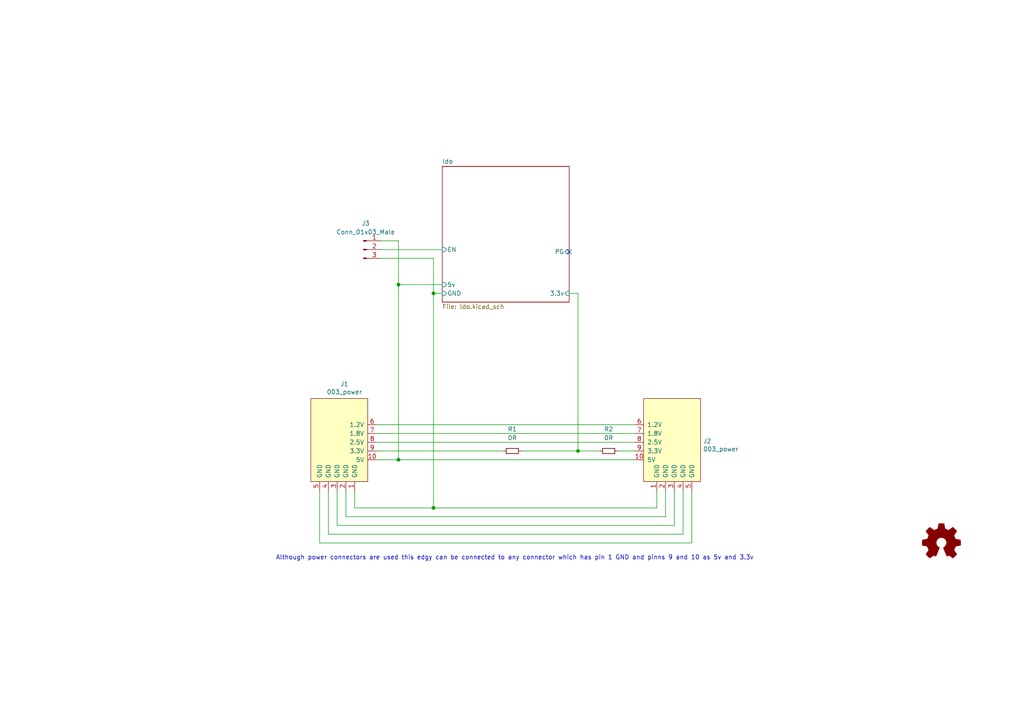
<source format=kicad_sch>
(kicad_sch (version 20211123) (generator eeschema)

  (uuid 57732dd3-1162-4c3f-88bd-31bf473d124d)

  (paper "A4")

  (lib_symbols
    (symbol "Connector:Conn_01x03_Male" (pin_names (offset 1.016) hide) (in_bom yes) (on_board yes)
      (property "Reference" "J" (id 0) (at 0 5.08 0)
        (effects (font (size 1.27 1.27)))
      )
      (property "Value" "Conn_01x03_Male" (id 1) (at 0 -5.08 0)
        (effects (font (size 1.27 1.27)))
      )
      (property "Footprint" "" (id 2) (at 0 0 0)
        (effects (font (size 1.27 1.27)) hide)
      )
      (property "Datasheet" "~" (id 3) (at 0 0 0)
        (effects (font (size 1.27 1.27)) hide)
      )
      (property "ki_keywords" "connector" (id 4) (at 0 0 0)
        (effects (font (size 1.27 1.27)) hide)
      )
      (property "ki_description" "Generic connector, single row, 01x03, script generated (kicad-library-utils/schlib/autogen/connector/)" (id 5) (at 0 0 0)
        (effects (font (size 1.27 1.27)) hide)
      )
      (property "ki_fp_filters" "Connector*:*_1x??_*" (id 6) (at 0 0 0)
        (effects (font (size 1.27 1.27)) hide)
      )
      (symbol "Conn_01x03_Male_1_1"
        (polyline
          (pts
            (xy 1.27 -2.54)
            (xy 0.8636 -2.54)
          )
          (stroke (width 0.1524) (type default) (color 0 0 0 0))
          (fill (type none))
        )
        (polyline
          (pts
            (xy 1.27 0)
            (xy 0.8636 0)
          )
          (stroke (width 0.1524) (type default) (color 0 0 0 0))
          (fill (type none))
        )
        (polyline
          (pts
            (xy 1.27 2.54)
            (xy 0.8636 2.54)
          )
          (stroke (width 0.1524) (type default) (color 0 0 0 0))
          (fill (type none))
        )
        (rectangle (start 0.8636 -2.413) (end 0 -2.667)
          (stroke (width 0.1524) (type default) (color 0 0 0 0))
          (fill (type outline))
        )
        (rectangle (start 0.8636 0.127) (end 0 -0.127)
          (stroke (width 0.1524) (type default) (color 0 0 0 0))
          (fill (type outline))
        )
        (rectangle (start 0.8636 2.667) (end 0 2.413)
          (stroke (width 0.1524) (type default) (color 0 0 0 0))
          (fill (type outline))
        )
        (pin passive line (at 5.08 2.54 180) (length 3.81)
          (name "Pin_1" (effects (font (size 1.27 1.27))))
          (number "1" (effects (font (size 1.27 1.27))))
        )
        (pin passive line (at 5.08 0 180) (length 3.81)
          (name "Pin_2" (effects (font (size 1.27 1.27))))
          (number "2" (effects (font (size 1.27 1.27))))
        )
        (pin passive line (at 5.08 -2.54 180) (length 3.81)
          (name "Pin_3" (effects (font (size 1.27 1.27))))
          (number "3" (effects (font (size 1.27 1.27))))
        )
      )
    )
    (symbol "Device:R_Small" (pin_numbers hide) (pin_names (offset 0.254) hide) (in_bom yes) (on_board yes)
      (property "Reference" "R" (id 0) (at 0.762 0.508 0)
        (effects (font (size 1.27 1.27)) (justify left))
      )
      (property "Value" "R_Small" (id 1) (at 0.762 -1.016 0)
        (effects (font (size 1.27 1.27)) (justify left))
      )
      (property "Footprint" "" (id 2) (at 0 0 0)
        (effects (font (size 1.27 1.27)) hide)
      )
      (property "Datasheet" "~" (id 3) (at 0 0 0)
        (effects (font (size 1.27 1.27)) hide)
      )
      (property "ki_keywords" "R resistor" (id 4) (at 0 0 0)
        (effects (font (size 1.27 1.27)) hide)
      )
      (property "ki_description" "Resistor, small symbol" (id 5) (at 0 0 0)
        (effects (font (size 1.27 1.27)) hide)
      )
      (property "ki_fp_filters" "R_*" (id 6) (at 0 0 0)
        (effects (font (size 1.27 1.27)) hide)
      )
      (symbol "R_Small_0_1"
        (rectangle (start -0.762 1.778) (end 0.762 -1.778)
          (stroke (width 0.2032) (type default) (color 0 0 0 0))
          (fill (type none))
        )
      )
      (symbol "R_Small_1_1"
        (pin passive line (at 0 2.54 270) (length 0.762)
          (name "~" (effects (font (size 1.27 1.27))))
          (number "1" (effects (font (size 1.27 1.27))))
        )
        (pin passive line (at 0 -2.54 90) (length 0.762)
          (name "~" (effects (font (size 1.27 1.27))))
          (number "2" (effects (font (size 1.27 1.27))))
        )
      )
    )
    (symbol "Graphic:Logo_Open_Hardware_Small" (pin_names (offset 1.016)) (in_bom yes) (on_board yes)
      (property "Reference" "#LOGO" (id 0) (at 0 6.985 0)
        (effects (font (size 1.27 1.27)) hide)
      )
      (property "Value" "Logo_Open_Hardware_Small" (id 1) (at 0 -5.715 0)
        (effects (font (size 1.27 1.27)) hide)
      )
      (property "Footprint" "" (id 2) (at 0 0 0)
        (effects (font (size 1.27 1.27)) hide)
      )
      (property "Datasheet" "~" (id 3) (at 0 0 0)
        (effects (font (size 1.27 1.27)) hide)
      )
      (property "ki_keywords" "Logo" (id 4) (at 0 0 0)
        (effects (font (size 1.27 1.27)) hide)
      )
      (property "ki_description" "Open Hardware logo, small" (id 5) (at 0 0 0)
        (effects (font (size 1.27 1.27)) hide)
      )
      (symbol "Logo_Open_Hardware_Small_0_1"
        (polyline
          (pts
            (xy 3.3528 -4.3434)
            (xy 3.302 -4.318)
            (xy 3.175 -4.2418)
            (xy 2.9972 -4.1148)
            (xy 2.7686 -3.9624)
            (xy 2.54 -3.81)
            (xy 2.3622 -3.7084)
            (xy 2.2352 -3.6068)
            (xy 2.1844 -3.5814)
            (xy 2.159 -3.6068)
            (xy 2.0574 -3.6576)
            (xy 1.905 -3.7338)
            (xy 1.8034 -3.7846)
            (xy 1.6764 -3.8354)
            (xy 1.6002 -3.8354)
            (xy 1.6002 -3.8354)
            (xy 1.5494 -3.7338)
            (xy 1.4732 -3.5306)
            (xy 1.3462 -3.302)
            (xy 1.2446 -3.0226)
            (xy 1.1176 -2.7178)
            (xy 0.9652 -2.413)
            (xy 0.8636 -2.1082)
            (xy 0.7366 -1.8288)
            (xy 0.6604 -1.6256)
            (xy 0.6096 -1.4732)
            (xy 0.5842 -1.397)
            (xy 0.5842 -1.397)
            (xy 0.6604 -1.3208)
            (xy 0.7874 -1.2446)
            (xy 1.0414 -1.016)
            (xy 1.2954 -0.6858)
            (xy 1.4478 -0.3302)
            (xy 1.524 0.0762)
            (xy 1.4732 0.4572)
            (xy 1.3208 0.8128)
            (xy 1.0668 1.143)
            (xy 0.762 1.3716)
            (xy 0.4064 1.524)
            (xy 0 1.5748)
            (xy -0.381 1.5494)
            (xy -0.7366 1.397)
            (xy -1.0668 1.143)
            (xy -1.2192 0.9906)
            (xy -1.397 0.6604)
            (xy -1.524 0.3048)
            (xy -1.524 0.2286)
            (xy -1.4986 -0.1778)
            (xy -1.397 -0.5334)
            (xy -1.1938 -0.8636)
            (xy -0.9144 -1.143)
            (xy -0.8636 -1.1684)
            (xy -0.7366 -1.27)
            (xy -0.635 -1.3462)
            (xy -0.5842 -1.397)
            (xy -1.0668 -2.5908)
            (xy -1.143 -2.794)
            (xy -1.2954 -3.1242)
            (xy -1.397 -3.4036)
            (xy -1.4986 -3.6322)
            (xy -1.5748 -3.7846)
            (xy -1.6002 -3.8354)
            (xy -1.6002 -3.8354)
            (xy -1.651 -3.8354)
            (xy -1.7272 -3.81)
            (xy -1.905 -3.7338)
            (xy -2.0066 -3.683)
            (xy -2.1336 -3.6068)
            (xy -2.2098 -3.5814)
            (xy -2.2606 -3.6068)
            (xy -2.3622 -3.683)
            (xy -2.54 -3.81)
            (xy -2.7686 -3.9624)
            (xy -2.9718 -4.0894)
            (xy -3.1496 -4.2164)
            (xy -3.302 -4.318)
            (xy -3.3528 -4.3434)
            (xy -3.3782 -4.3434)
            (xy -3.429 -4.318)
            (xy -3.5306 -4.2164)
            (xy -3.7084 -4.064)
            (xy -3.937 -3.8354)
            (xy -3.9624 -3.81)
            (xy -4.1656 -3.6068)
            (xy -4.318 -3.4544)
            (xy -4.4196 -3.3274)
            (xy -4.445 -3.2766)
            (xy -4.445 -3.2766)
            (xy -4.4196 -3.2258)
            (xy -4.318 -3.0734)
            (xy -4.2164 -2.8956)
            (xy -4.064 -2.667)
            (xy -3.6576 -2.0828)
            (xy -3.8862 -1.5494)
            (xy -3.937 -1.3716)
            (xy -4.0386 -1.1684)
            (xy -4.0894 -1.0414)
            (xy -4.1148 -0.9652)
            (xy -4.191 -0.9398)
            (xy -4.318 -0.9144)
            (xy -4.5466 -0.8636)
            (xy -4.8006 -0.8128)
            (xy -5.0546 -0.7874)
            (xy -5.2578 -0.7366)
            (xy -5.4356 -0.7112)
            (xy -5.5118 -0.6858)
            (xy -5.5118 -0.6858)
            (xy -5.5372 -0.635)
            (xy -5.5372 -0.5588)
            (xy -5.5372 -0.4318)
            (xy -5.5626 -0.2286)
            (xy -5.5626 0.0762)
            (xy -5.5626 0.127)
            (xy -5.5372 0.4064)
            (xy -5.5372 0.635)
            (xy -5.5372 0.762)
            (xy -5.5372 0.8382)
            (xy -5.5372 0.8382)
            (xy -5.461 0.8382)
            (xy -5.3086 0.889)
            (xy -5.08 0.9144)
            (xy -4.826 0.9652)
            (xy -4.8006 0.9906)
            (xy -4.5466 1.0414)
            (xy -4.318 1.0668)
            (xy -4.1656 1.1176)
            (xy -4.0894 1.143)
            (xy -4.0894 1.143)
            (xy -4.0386 1.2446)
            (xy -3.9624 1.4224)
            (xy -3.8608 1.6256)
            (xy -3.7846 1.8288)
            (xy -3.7084 2.0066)
            (xy -3.6576 2.159)
            (xy -3.6322 2.2098)
            (xy -3.6322 2.2098)
            (xy -3.683 2.286)
            (xy -3.7592 2.413)
            (xy -3.8862 2.5908)
            (xy -4.064 2.8194)
            (xy -4.064 2.8448)
            (xy -4.2164 3.0734)
            (xy -4.3434 3.2512)
            (xy -4.4196 3.3782)
            (xy -4.445 3.4544)
            (xy -4.445 3.4544)
            (xy -4.3942 3.5052)
            (xy -4.2926 3.6322)
            (xy -4.1148 3.81)
            (xy -3.937 4.0132)
            (xy -3.8608 4.064)
            (xy -3.6576 4.2926)
            (xy -3.5052 4.4196)
            (xy -3.4036 4.4958)
            (xy -3.3528 4.5212)
            (xy -3.3528 4.5212)
            (xy -3.302 4.4704)
            (xy -3.1496 4.3688)
            (xy -2.9718 4.2418)
            (xy -2.7432 4.0894)
            (xy -2.7178 4.0894)
            (xy -2.4892 3.937)
            (xy -2.3114 3.81)
            (xy -2.1844 3.7084)
            (xy -2.1336 3.683)
            (xy -2.1082 3.683)
            (xy -2.032 3.7084)
            (xy -1.8542 3.7592)
            (xy -1.6764 3.8354)
            (xy -1.4732 3.937)
            (xy -1.27 4.0132)
            (xy -1.143 4.064)
            (xy -1.0668 4.1148)
            (xy -1.0668 4.1148)
            (xy -1.0414 4.191)
            (xy -1.016 4.3434)
            (xy -0.9652 4.572)
            (xy -0.9144 4.8514)
            (xy -0.889 4.9022)
            (xy -0.8382 5.1562)
            (xy -0.8128 5.3848)
            (xy -0.7874 5.5372)
            (xy -0.762 5.588)
            (xy -0.7112 5.6134)
            (xy -0.5842 5.6134)
            (xy -0.4064 5.6134)
            (xy -0.1524 5.6134)
            (xy 0.0762 5.6134)
            (xy 0.3302 5.6134)
            (xy 0.5334 5.6134)
            (xy 0.6858 5.588)
            (xy 0.7366 5.588)
            (xy 0.7366 5.588)
            (xy 0.762 5.5118)
            (xy 0.8128 5.334)
            (xy 0.8382 5.1054)
            (xy 0.9144 4.826)
            (xy 0.9144 4.7752)
            (xy 0.9652 4.5212)
            (xy 1.016 4.2926)
            (xy 1.0414 4.1402)
            (xy 1.0668 4.0894)
            (xy 1.0668 4.0894)
            (xy 1.1938 4.0386)
            (xy 1.3716 3.9624)
            (xy 1.5748 3.8608)
            (xy 2.0828 3.6576)
            (xy 2.7178 4.0894)
            (xy 2.7686 4.1402)
            (xy 2.9972 4.2926)
            (xy 3.175 4.4196)
            (xy 3.302 4.4958)
            (xy 3.3782 4.5212)
            (xy 3.3782 4.5212)
            (xy 3.429 4.4704)
            (xy 3.556 4.3434)
            (xy 3.7338 4.191)
            (xy 3.9116 3.9878)
            (xy 4.064 3.8354)
            (xy 4.2418 3.6576)
            (xy 4.3434 3.556)
            (xy 4.4196 3.4798)
            (xy 4.4196 3.429)
            (xy 4.4196 3.4036)
            (xy 4.3942 3.3274)
            (xy 4.2926 3.2004)
            (xy 4.1656 2.9972)
            (xy 4.0132 2.794)
            (xy 3.8862 2.5908)
            (xy 3.7592 2.3876)
            (xy 3.6576 2.2352)
            (xy 3.6322 2.159)
            (xy 3.6322 2.1336)
            (xy 3.683 2.0066)
            (xy 3.7592 1.8288)
            (xy 3.8608 1.6002)
            (xy 4.064 1.1176)
            (xy 4.3942 1.0414)
            (xy 4.5974 1.016)
            (xy 4.8768 0.9652)
            (xy 5.1308 0.9144)
            (xy 5.5372 0.8382)
            (xy 5.5626 -0.6604)
            (xy 5.4864 -0.6858)
            (xy 5.4356 -0.6858)
            (xy 5.2832 -0.7366)
            (xy 5.0546 -0.762)
            (xy 4.8006 -0.8128)
            (xy 4.5974 -0.8636)
            (xy 4.3688 -0.9144)
            (xy 4.2164 -0.9398)
            (xy 4.1402 -0.9398)
            (xy 4.1148 -0.9652)
            (xy 4.064 -1.0668)
            (xy 3.9878 -1.2446)
            (xy 3.9116 -1.4478)
            (xy 3.81 -1.651)
            (xy 3.7338 -1.8542)
            (xy 3.683 -2.0066)
            (xy 3.6576 -2.0828)
            (xy 3.683 -2.1336)
            (xy 3.7846 -2.2606)
            (xy 3.8862 -2.4638)
            (xy 4.0386 -2.667)
            (xy 4.191 -2.8956)
            (xy 4.318 -3.0734)
            (xy 4.3942 -3.2004)
            (xy 4.445 -3.2766)
            (xy 4.4196 -3.3274)
            (xy 4.3434 -3.429)
            (xy 4.1656 -3.5814)
            (xy 3.937 -3.8354)
            (xy 3.8862 -3.8608)
            (xy 3.683 -4.064)
            (xy 3.5306 -4.2164)
            (xy 3.4036 -4.318)
            (xy 3.3528 -4.3434)
          )
          (stroke (width 0) (type default) (color 0 0 0 0))
          (fill (type outline))
        )
      )
    )
    (symbol "put_on_edge:003_power" (pin_names (offset 1.016)) (in_bom yes) (on_board yes)
      (property "Reference" "J" (id 0) (at -2.54 13.97 0)
        (effects (font (size 1.27 1.27)))
      )
      (property "Value" "003_power" (id 1) (at 8.89 13.97 0)
        (effects (font (size 1.27 1.27)))
      )
      (property "Footprint" "" (id 2) (at 7.62 16.51 0)
        (effects (font (size 1.27 1.27)) hide)
      )
      (property "Datasheet" "" (id 3) (at 7.62 16.51 0)
        (effects (font (size 1.27 1.27)) hide)
      )
      (symbol "003_power_0_1"
        (rectangle (start -8.89 12.7) (end 7.62 -11.43)
          (stroke (width 0) (type default) (color 0 0 0 0))
          (fill (type background))
        )
      )
      (symbol "003_power_1_1"
        (pin power_in line (at -5.08 -13.97 90) (length 2.54)
          (name "GND" (effects (font (size 1.27 1.27))))
          (number "1" (effects (font (size 1.27 1.27))))
        )
        (pin power_out line (at -11.43 -5.08 0) (length 2.54)
          (name "5V" (effects (font (size 1.27 1.27))))
          (number "10" (effects (font (size 1.27 1.27))))
        )
        (pin power_in line (at -2.54 -13.97 90) (length 2.54)
          (name "GND" (effects (font (size 1.27 1.27))))
          (number "2" (effects (font (size 1.27 1.27))))
        )
        (pin power_in line (at 0 -13.97 90) (length 2.54)
          (name "GND" (effects (font (size 1.27 1.27))))
          (number "3" (effects (font (size 1.27 1.27))))
        )
        (pin power_in line (at 2.54 -13.97 90) (length 2.54)
          (name "GND" (effects (font (size 1.27 1.27))))
          (number "4" (effects (font (size 1.27 1.27))))
        )
        (pin power_in line (at 5.08 -13.97 90) (length 2.54)
          (name "GND" (effects (font (size 1.27 1.27))))
          (number "5" (effects (font (size 1.27 1.27))))
        )
        (pin power_out line (at -11.43 5.08 0) (length 2.54)
          (name "1.2V" (effects (font (size 1.27 1.27))))
          (number "6" (effects (font (size 1.27 1.27))))
        )
        (pin power_out line (at -11.43 2.54 0) (length 2.54)
          (name "1.8V" (effects (font (size 1.27 1.27))))
          (number "7" (effects (font (size 1.27 1.27))))
        )
        (pin power_out line (at -11.43 0 0) (length 2.54)
          (name "2.5V" (effects (font (size 1.27 1.27))))
          (number "8" (effects (font (size 1.27 1.27))))
        )
        (pin power_out line (at -11.43 -2.54 0) (length 2.54)
          (name "3.3V" (effects (font (size 1.27 1.27))))
          (number "9" (effects (font (size 1.27 1.27))))
        )
      )
    )
  )

  (junction (at 167.64 130.81) (diameter 0) (color 0 0 0 0)
    (uuid 014a606c-c11c-427c-84a2-b86d57759dcf)
  )
  (junction (at 125.73 85.09) (diameter 0) (color 0 0 0 0)
    (uuid 26b44005-3101-498e-8f7f-75a6b32e0c5b)
  )
  (junction (at 125.73 147.32) (diameter 0) (color 0 0 0 0)
    (uuid 34f5104d-a17a-4e9b-8571-cbeea9ebc4ed)
  )
  (junction (at 115.57 82.55) (diameter 0) (color 0 0 0 0)
    (uuid 3a2eae3e-f094-48c3-9a7d-726206d37d67)
  )
  (junction (at 115.57 133.35) (diameter 0) (color 0 0 0 0)
    (uuid df74b889-e45f-4d24-af0b-faed2f3f688e)
  )

  (no_connect (at 165.1 73.025) (uuid ae6cdfaa-50db-489d-bd88-4d778fe76f6b))

  (wire (pts (xy 179.07 130.81) (xy 184.15 130.81))
    (stroke (width 0) (type default) (color 0 0 0 0))
    (uuid 12388e51-9281-465d-ac78-e9ffc4abe233)
  )
  (wire (pts (xy 95.25 154.94) (xy 198.12 154.94))
    (stroke (width 0) (type default) (color 0 0 0 0))
    (uuid 14c4dca9-7cc2-4527-a986-5551d1e749a3)
  )
  (wire (pts (xy 125.73 85.09) (xy 125.73 147.32))
    (stroke (width 0) (type default) (color 0 0 0 0))
    (uuid 15772e09-b2bf-4fc8-ac3f-d1cf8065c13e)
  )
  (wire (pts (xy 151.13 130.81) (xy 167.64 130.81))
    (stroke (width 0) (type default) (color 0 0 0 0))
    (uuid 2f3ce5f0-678b-42ce-a149-4decb7130e41)
  )
  (wire (pts (xy 125.73 147.32) (xy 190.5 147.32))
    (stroke (width 0) (type default) (color 0 0 0 0))
    (uuid 3593d4b7-5a7c-4f4b-9629-5ba358d311e2)
  )
  (wire (pts (xy 125.73 74.93) (xy 110.49 74.93))
    (stroke (width 0) (type default) (color 0 0 0 0))
    (uuid 3babfa6c-6450-41df-a24b-2276a574b821)
  )
  (wire (pts (xy 110.49 69.85) (xy 115.57 69.85))
    (stroke (width 0) (type default) (color 0 0 0 0))
    (uuid 41468652-e084-4973-9f59-4aefe6742eb5)
  )
  (wire (pts (xy 109.22 123.19) (xy 184.15 123.19))
    (stroke (width 0) (type default) (color 0 0 0 0))
    (uuid 4a002476-4bbb-41ba-9bc2-ddbe565b16c1)
  )
  (wire (pts (xy 190.5 147.32) (xy 190.5 142.24))
    (stroke (width 0) (type default) (color 0 0 0 0))
    (uuid 50b9ce0c-3fcc-4a44-83c8-305448760f6b)
  )
  (wire (pts (xy 167.64 85.09) (xy 167.64 130.81))
    (stroke (width 0) (type default) (color 0 0 0 0))
    (uuid 548a3fb3-be18-4ace-ad2b-2d1e5ab34552)
  )
  (wire (pts (xy 115.57 133.35) (xy 184.15 133.35))
    (stroke (width 0) (type default) (color 0 0 0 0))
    (uuid 57bdc2d9-36fa-4a59-8d05-a6be6cee9c93)
  )
  (wire (pts (xy 97.79 152.4) (xy 97.79 142.24))
    (stroke (width 0) (type default) (color 0 0 0 0))
    (uuid 5d4029c0-ebc8-486e-b799-f15bbf1f4a90)
  )
  (wire (pts (xy 115.57 82.55) (xy 115.57 133.35))
    (stroke (width 0) (type default) (color 0 0 0 0))
    (uuid 5eb6f774-d461-4c2a-843c-4c8851f48ebc)
  )
  (wire (pts (xy 115.57 69.85) (xy 115.57 82.55))
    (stroke (width 0) (type default) (color 0 0 0 0))
    (uuid 6d4d102a-42a9-44b3-a94e-52d53c98d6c8)
  )
  (wire (pts (xy 167.64 130.81) (xy 173.99 130.81))
    (stroke (width 0) (type default) (color 0 0 0 0))
    (uuid 6e4c0c2b-248b-40d5-9cf9-52b912d6e66a)
  )
  (wire (pts (xy 198.12 154.94) (xy 198.12 142.24))
    (stroke (width 0) (type default) (color 0 0 0 0))
    (uuid 7ccaf137-1174-4cd4-ba45-a57448dd916a)
  )
  (wire (pts (xy 95.25 142.24) (xy 95.25 154.94))
    (stroke (width 0) (type default) (color 0 0 0 0))
    (uuid 893c1ccf-86ff-411f-b261-ebd7d3095de2)
  )
  (wire (pts (xy 110.49 72.39) (xy 128.27 72.39))
    (stroke (width 0) (type default) (color 0 0 0 0))
    (uuid 8acb77fc-8267-468e-9046-9505d8fa8038)
  )
  (wire (pts (xy 109.22 130.81) (xy 146.05 130.81))
    (stroke (width 0) (type default) (color 0 0 0 0))
    (uuid 8f35f678-39e1-4090-9d24-34de43be9332)
  )
  (wire (pts (xy 102.87 142.24) (xy 102.87 147.32))
    (stroke (width 0) (type default) (color 0 0 0 0))
    (uuid 972bc85b-bb33-424a-94fb-4625058602d2)
  )
  (wire (pts (xy 109.22 125.73) (xy 184.15 125.73))
    (stroke (width 0) (type default) (color 0 0 0 0))
    (uuid 97870e0c-2807-41a1-ac46-08cf97c5776f)
  )
  (wire (pts (xy 100.33 149.86) (xy 193.04 149.86))
    (stroke (width 0) (type default) (color 0 0 0 0))
    (uuid 98521d1b-729f-4ae8-8961-cab6cf58b802)
  )
  (wire (pts (xy 92.71 157.48) (xy 92.71 142.24))
    (stroke (width 0) (type default) (color 0 0 0 0))
    (uuid b491522a-1618-4d29-b6c0-bbd3cadecf1a)
  )
  (wire (pts (xy 109.22 133.35) (xy 115.57 133.35))
    (stroke (width 0) (type default) (color 0 0 0 0))
    (uuid bfa2cf32-6fa7-427a-a858-5cc22e271f0e)
  )
  (wire (pts (xy 102.87 147.32) (xy 125.73 147.32))
    (stroke (width 0) (type default) (color 0 0 0 0))
    (uuid c2ab8f9e-799f-4e12-a8d0-7db08c7baaf7)
  )
  (wire (pts (xy 125.73 85.09) (xy 125.73 74.93))
    (stroke (width 0) (type default) (color 0 0 0 0))
    (uuid c7e29049-e597-424b-8e57-d8755d5bf106)
  )
  (wire (pts (xy 165.1 85.09) (xy 167.64 85.09))
    (stroke (width 0) (type default) (color 0 0 0 0))
    (uuid c9056ff0-849a-4750-85c6-28c74a7e5bda)
  )
  (wire (pts (xy 195.58 142.24) (xy 195.58 152.4))
    (stroke (width 0) (type default) (color 0 0 0 0))
    (uuid ce87d305-e8da-4779-9a56-aa5fcae3ccda)
  )
  (wire (pts (xy 100.33 142.24) (xy 100.33 149.86))
    (stroke (width 0) (type default) (color 0 0 0 0))
    (uuid ceca48db-d9f7-42dd-a2ff-d27ceaab0ce1)
  )
  (wire (pts (xy 200.66 157.48) (xy 92.71 157.48))
    (stroke (width 0) (type default) (color 0 0 0 0))
    (uuid d1ac573e-0a94-4911-b32c-dd0a86b5df88)
  )
  (wire (pts (xy 128.27 82.55) (xy 115.57 82.55))
    (stroke (width 0) (type default) (color 0 0 0 0))
    (uuid e72a8100-6d98-4bb0-85af-2c5b9db0d995)
  )
  (wire (pts (xy 195.58 152.4) (xy 97.79 152.4))
    (stroke (width 0) (type default) (color 0 0 0 0))
    (uuid f16ce75a-dd91-4a0c-b4fb-aa350a5509d5)
  )
  (wire (pts (xy 193.04 149.86) (xy 193.04 142.24))
    (stroke (width 0) (type default) (color 0 0 0 0))
    (uuid f4116f52-0cc0-4d3f-a6a5-f66f637de4d6)
  )
  (wire (pts (xy 128.27 85.09) (xy 125.73 85.09))
    (stroke (width 0) (type default) (color 0 0 0 0))
    (uuid fd94bd88-b283-4404-aa54-4f4c9f76acc7)
  )
  (wire (pts (xy 200.66 142.24) (xy 200.66 157.48))
    (stroke (width 0) (type default) (color 0 0 0 0))
    (uuid fecdb13e-ed53-44c0-b115-60d78622fdfb)
  )
  (wire (pts (xy 109.22 128.27) (xy 184.15 128.27))
    (stroke (width 0) (type default) (color 0 0 0 0))
    (uuid ff029451-3008-4e4b-95ff-b64476149190)
  )

  (text "Although power connectors are used this edgy can be connected to any connector which has pin 1 GND and pinns 9 and 10 as 5v and 3.3v"
    (at 80.01 162.56 0)
    (effects (font (size 1.27 1.27)) (justify left bottom))
    (uuid 5e220d9f-2428-424e-8383-db64169b78a5)
  )

  (symbol (lib_id "Connector:Conn_01x03_Male") (at 105.41 72.39 0) (unit 1)
    (in_bom yes) (on_board yes) (fields_autoplaced)
    (uuid 55cb4998-79bf-4e21-bf0f-f6591b532b88)
    (property "Reference" "J3" (id 0) (at 106.045 64.77 0))
    (property "Value" "Conn_01x03_Male" (id 1) (at 106.045 67.31 0))
    (property "Footprint" "Connector_PinHeader_2.54mm:PinHeader_1x03_P2.54mm_Vertical" (id 2) (at 105.41 72.39 0)
      (effects (font (size 1.27 1.27)) hide)
    )
    (property "Datasheet" "~" (id 3) (at 105.41 72.39 0)
      (effects (font (size 1.27 1.27)) hide)
    )
    (pin "1" (uuid 2704bdde-85fa-4300-b302-d53b9803e9d9))
    (pin "2" (uuid e20fd568-ac55-4b63-89d6-d2e07ddf39e0))
    (pin "3" (uuid 6b1b4aa2-d91e-4474-af1b-7086ffcb7f09))
  )

  (symbol (lib_id "put_on_edge:003_power") (at 97.79 128.27 0) (mirror y) (unit 1)
    (in_bom yes) (on_board yes)
    (uuid 772494d9-828e-42c5-9167-72dce9f6c228)
    (property "Reference" "J1" (id 0) (at 99.8982 111.379 0))
    (property "Value" "003_power" (id 1) (at 99.8982 113.6904 0))
    (property "Footprint" "on_edge:on_edge_2x05_device" (id 2) (at 90.17 111.76 0)
      (effects (font (size 1.27 1.27)) hide)
    )
    (property "Datasheet" "" (id 3) (at 90.17 111.76 0)
      (effects (font (size 1.27 1.27)) hide)
    )
    (pin "1" (uuid 6c15c92e-1c52-4424-bd3a-1e1351bc4dca))
    (pin "10" (uuid 006a7495-bab7-4830-b7b2-aa56451e8ee5))
    (pin "2" (uuid fe1bff48-4248-4298-a8ff-bc6ffd96e7fd))
    (pin "3" (uuid c0ad53d4-c3a4-497a-9bb0-01cabdbfc6fa))
    (pin "4" (uuid 4dfc03d1-ea8a-40ce-aa27-f5afa786a21e))
    (pin "5" (uuid 718e0970-6a7c-40a3-82ee-339a1ce927af))
    (pin "6" (uuid 4c06e33a-666f-4cec-8653-8595fe3d6566))
    (pin "7" (uuid c1e7b584-74b5-4834-956b-b174e9464eac))
    (pin "8" (uuid a85d999d-ebb6-4d44-84c5-ec6a838b47b9))
    (pin "9" (uuid 13930601-6094-4664-b23a-d310b9605fbd))
  )

  (symbol (lib_id "Device:R_Small") (at 176.53 130.81 90) (unit 1)
    (in_bom yes) (on_board yes) (fields_autoplaced)
    (uuid 92ae8d01-1978-4392-bfed-2880750da076)
    (property "Reference" "R2" (id 0) (at 176.53 124.46 90))
    (property "Value" "0R" (id 1) (at 176.53 127 90))
    (property "Footprint" "Resistor_SMD:R_0603_1608Metric" (id 2) (at 176.53 130.81 0)
      (effects (font (size 1.27 1.27)) hide)
    )
    (property "Datasheet" "~" (id 3) (at 176.53 130.81 0)
      (effects (font (size 1.27 1.27)) hide)
    )
    (pin "1" (uuid a374f3fa-b20a-46bb-80cc-d781aa9a20c6))
    (pin "2" (uuid 6ea232cb-9809-4b77-955e-dfcc967cb262))
  )

  (symbol (lib_id "put_on_edge:003_power") (at 195.58 128.27 0) (unit 1)
    (in_bom yes) (on_board yes)
    (uuid abb769b5-66a4-4327-bef9-e53be3e8fbb3)
    (property "Reference" "J2" (id 0) (at 203.9112 127.9398 0)
      (effects (font (size 1.27 1.27)) (justify left))
    )
    (property "Value" "003_power" (id 1) (at 203.9112 130.2512 0)
      (effects (font (size 1.27 1.27)) (justify left))
    )
    (property "Footprint" "on_edge:on_edge_2x05_host" (id 2) (at 203.2 111.76 0)
      (effects (font (size 1.27 1.27)) hide)
    )
    (property "Datasheet" "" (id 3) (at 203.2 111.76 0)
      (effects (font (size 1.27 1.27)) hide)
    )
    (pin "1" (uuid cc0da905-9cc9-4c2e-8693-832068ba4c37))
    (pin "10" (uuid cff08af5-1d05-4cd9-bcfb-fdd5cc3b3ab1))
    (pin "2" (uuid 74fb38ed-b4bc-4f9f-97c1-3468817beef6))
    (pin "3" (uuid 1d3adb4c-63c9-42db-9d07-b0eb165b7c1f))
    (pin "4" (uuid ded0493d-72eb-4315-b4c6-1e8b22cdc4dc))
    (pin "5" (uuid e47ea157-d750-4361-bd1e-f9868e13fd1b))
    (pin "6" (uuid e428d3cb-645b-45d2-aad0-54b3ba8d0033))
    (pin "7" (uuid 42e9fc7a-d161-420b-b830-f8f2a65f9bd8))
    (pin "8" (uuid f2b5dc4b-dda1-4ef4-8139-52e98f1944b2))
    (pin "9" (uuid be0f5d5b-e4dc-46fb-860a-d62ae7ddc663))
  )

  (symbol (lib_id "Graphic:Logo_Open_Hardware_Small") (at 273.05 157.48 0) (unit 1)
    (in_bom yes) (on_board yes) (fields_autoplaced)
    (uuid b72b6f4a-7489-40f2-bb90-d75ae01aa368)
    (property "Reference" "LOGO1" (id 0) (at 273.05 150.495 0)
      (effects (font (size 1.27 1.27)) hide)
    )
    (property "Value" "Logo_Open_Hardware_Small" (id 1) (at 273.05 163.195 0)
      (effects (font (size 1.27 1.27)) hide)
    )
    (property "Footprint" "Symbol:OSHW-Symbol_6.7x6mm_SilkScreen" (id 2) (at 273.05 157.48 0)
      (effects (font (size 1.27 1.27)) hide)
    )
    (property "Datasheet" "~" (id 3) (at 273.05 157.48 0)
      (effects (font (size 1.27 1.27)) hide)
    )
  )

  (symbol (lib_id "Device:R_Small") (at 148.59 130.81 90) (unit 1)
    (in_bom yes) (on_board yes) (fields_autoplaced)
    (uuid e18dc31f-35b1-4375-bab5-b0e8b60eedea)
    (property "Reference" "R1" (id 0) (at 148.59 124.46 90))
    (property "Value" "0R" (id 1) (at 148.59 127 90))
    (property "Footprint" "Resistor_SMD:R_0603_1608Metric" (id 2) (at 148.59 130.81 0)
      (effects (font (size 1.27 1.27)) hide)
    )
    (property "Datasheet" "~" (id 3) (at 148.59 130.81 0)
      (effects (font (size 1.27 1.27)) hide)
    )
    (pin "1" (uuid 2dc3e9fa-7dda-48b9-8d62-9e7a48ec57b3))
    (pin "2" (uuid b1e478b5-046f-4138-92b4-12a7f60b0426))
  )

  (sheet (at 128.27 48.26) (size 36.83 39.37) (fields_autoplaced)
    (stroke (width 0.1524) (type solid) (color 0 0 0 0))
    (fill (color 0 0 0 0.0000))
    (uuid 767ce4c6-0e55-4543-92f0-34cb8237a544)
    (property "Sheet name" "ldo" (id 0) (at 128.27 47.5484 0)
      (effects (font (size 1.27 1.27)) (justify left bottom))
    )
    (property "Sheet file" "ldo.kicad_sch" (id 1) (at 128.27 88.2146 0)
      (effects (font (size 1.27 1.27)) (justify left top))
    )
    (pin "3.3v" input (at 165.1 85.09 0)
      (effects (font (size 1.27 1.27)) (justify right))
      (uuid 3a103c1e-13aa-4efd-978c-930cea4a7fc3)
    )
    (pin "GND" input (at 128.27 85.09 180)
      (effects (font (size 1.27 1.27)) (justify left))
      (uuid 80b93509-0f20-46b8-a2fa-ad1d2b28245b)
    )
    (pin "5v" input (at 128.27 82.55 180)
      (effects (font (size 1.27 1.27)) (justify left))
      (uuid ec3a4e5f-16ec-4f1a-a49d-a947fe2777ab)
    )
    (pin "EN" input (at 128.27 72.39 180)
      (effects (font (size 1.27 1.27)) (justify left))
      (uuid 01336a92-c635-4b41-8677-3ac2af0934a9)
    )
    (pin "PG" input (at 165.1 73.025 0)
      (effects (font (size 1.27 1.27)) (justify right))
      (uuid ac1e15e9-9588-48d2-ab2e-eb61e73bf174)
    )
  )

  (sheet_instances
    (path "/" (page "1"))
    (path "/767ce4c6-0e55-4543-92f0-34cb8237a544" (page "2"))
  )

  (symbol_instances
    (path "/767ce4c6-0e55-4543-92f0-34cb8237a544/6bb5ca5c-7415-42a9-985b-09c137966385"
      (reference "C1") (unit 1) (value "1uF") (footprint "Capacitor_SMD:C_0603_1608Metric")
    )
    (path "/767ce4c6-0e55-4543-92f0-34cb8237a544/bf4bdb44-1ce9-4d84-9dc1-aaed43a588f1"
      (reference "C2") (unit 1) (value "10uF") (footprint "Capacitor_SMD:C_0603_1608Metric")
    )
    (path "/767ce4c6-0e55-4543-92f0-34cb8237a544/dd34b7a6-8448-4c7f-81f6-a8e49de64a92"
      (reference "C3") (unit 1) (value "10uF") (footprint "Capacitor_SMD:C_0603_1608Metric")
    )
    (path "/767ce4c6-0e55-4543-92f0-34cb8237a544/196d1b70-9b37-46c7-aa9e-b41abaaa8c23"
      (reference "C4") (unit 1) (value "10uF") (footprint "Capacitor_SMD:C_0603_1608Metric")
    )
    (path "/767ce4c6-0e55-4543-92f0-34cb8237a544/d7bc656e-6f7f-47e1-b208-dc94be029b35"
      (reference "C5") (unit 1) (value "1uF") (footprint "Capacitor_SMD:C_0603_1608Metric")
    )
    (path "/772494d9-828e-42c5-9167-72dce9f6c228"
      (reference "J1") (unit 1) (value "003_power") (footprint "on_edge:on_edge_2x05_device")
    )
    (path "/abb769b5-66a4-4327-bef9-e53be3e8fbb3"
      (reference "J2") (unit 1) (value "003_power") (footprint "on_edge:on_edge_2x05_host")
    )
    (path "/55cb4998-79bf-4e21-bf0f-f6591b532b88"
      (reference "J3") (unit 1) (value "Conn_01x03_Male") (footprint "Connector_PinHeader_2.54mm:PinHeader_1x03_P2.54mm_Vertical")
    )
    (path "/b72b6f4a-7489-40f2-bb90-d75ae01aa368"
      (reference "LOGO1") (unit 1) (value "Logo_Open_Hardware_Small") (footprint "Symbol:OSHW-Symbol_6.7x6mm_SilkScreen")
    )
    (path "/e18dc31f-35b1-4375-bab5-b0e8b60eedea"
      (reference "R1") (unit 1) (value "0R") (footprint "Resistor_SMD:R_0603_1608Metric")
    )
    (path "/92ae8d01-1978-4392-bfed-2880750da076"
      (reference "R2") (unit 1) (value "0R") (footprint "Resistor_SMD:R_0603_1608Metric")
    )
    (path "/767ce4c6-0e55-4543-92f0-34cb8237a544/836888cc-3b43-4134-a4d7-814aba4f807d"
      (reference "U1") (unit 1) (value "LD39200PU33R") (footprint "b121:SON95P300X300X100-7N")
    )
  )
)

</source>
